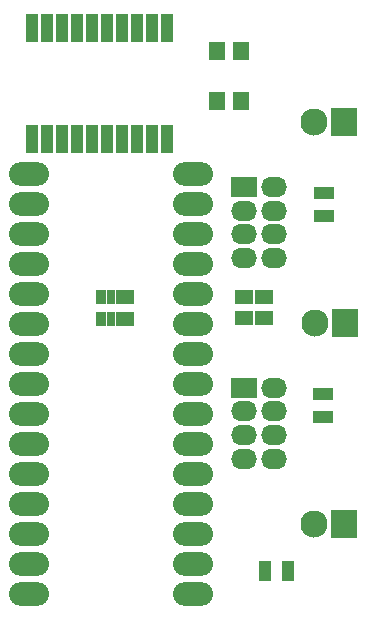
<source format=gbs>
G04 #@! TF.FileFunction,Soldermask,Bot*
%FSLAX46Y46*%
G04 Gerber Fmt 4.6, Leading zero omitted, Abs format (unit mm)*
G04 Created by KiCad (PCBNEW (2016-01-25 BZR 6514, Git a23e712)-product) date Tue 24 May 2016 06:15:30 PM CST*
%MOMM*%
G01*
G04 APERTURE LIST*
%ADD10C,0.100000*%
%ADD11O,3.400000X2.000000*%
%ADD12R,0.900000X1.200000*%
%ADD13R,0.800000X1.200000*%
%ADD14R,2.300000X2.400000*%
%ADD15C,2.300000*%
%ADD16R,1.000000X2.350000*%
%ADD17R,2.200000X1.700000*%
%ADD18O,2.200000X1.700000*%
%ADD19R,1.400000X1.650000*%
%ADD20R,1.700000X1.100000*%
%ADD21R,1.100000X1.700000*%
G04 APERTURE END LIST*
D10*
D11*
X7780000Y42810000D03*
X7780000Y40270000D03*
X7780000Y37730000D03*
X7780000Y35190000D03*
X7780000Y32650000D03*
X7780000Y30110000D03*
X7780000Y27570000D03*
X7780000Y25030000D03*
X7780000Y22490000D03*
X7780000Y19950000D03*
X7780000Y17410000D03*
X7780000Y14870000D03*
X7780000Y12330000D03*
X7780000Y9790000D03*
X7780000Y7250000D03*
X21720000Y7250000D03*
X21720000Y9790000D03*
X21720000Y12330000D03*
X21720000Y14870000D03*
X21720000Y17410000D03*
X21720000Y19950000D03*
X21720000Y22490000D03*
X21720000Y25030000D03*
X21720000Y27570000D03*
X21720000Y30110000D03*
X21720000Y32650000D03*
X21720000Y35190000D03*
X21720000Y37730000D03*
X21720000Y40270000D03*
X21720000Y42810000D03*
D12*
X25650000Y32450000D03*
D13*
X27250000Y32450000D03*
X26450000Y32450000D03*
D12*
X28050000Y32450000D03*
D13*
X26450000Y30650000D03*
D12*
X25650000Y30650000D03*
D13*
X27250000Y30650000D03*
D12*
X28050000Y30650000D03*
D14*
X34500000Y47250000D03*
D15*
X31960000Y47250000D03*
D14*
X34540000Y30250000D03*
D15*
X32000000Y30250000D03*
D14*
X34500000Y13250000D03*
D15*
X31960000Y13250000D03*
D16*
X8035000Y55200000D03*
X9305000Y55200000D03*
X10575000Y55200000D03*
X11845000Y55200000D03*
X13115000Y55200000D03*
X14385000Y55200000D03*
X15655000Y55200000D03*
X16925000Y55200000D03*
X18195000Y55200000D03*
X19465000Y55200000D03*
X19465000Y45800000D03*
X18195000Y45800000D03*
X16925000Y45800000D03*
X15655000Y45800000D03*
X14385000Y45800000D03*
X13115000Y45800000D03*
X11845000Y45800000D03*
X10575000Y45800000D03*
X9305000Y45800000D03*
X8035000Y45800000D03*
D17*
X26000000Y41750000D03*
D18*
X28500000Y41750000D03*
X26000000Y39750000D03*
X28500000Y39750000D03*
X26000000Y37750000D03*
X28500000Y37750000D03*
X26000000Y35750000D03*
X28500000Y35750000D03*
D17*
X26000000Y24750000D03*
D18*
X28500000Y24750000D03*
X26000000Y22750000D03*
X28500000Y22750000D03*
X26000000Y20750000D03*
X28500000Y20750000D03*
X26000000Y18750000D03*
X28500000Y18750000D03*
D19*
X23750000Y49000000D03*
X25750000Y49000000D03*
X23750000Y53250000D03*
X25750000Y53250000D03*
D20*
X32750000Y41200000D03*
X32750000Y39300000D03*
X32700000Y24200000D03*
X32700000Y22300000D03*
D21*
X29700000Y9250000D03*
X27800000Y9250000D03*
D12*
X13900000Y32400000D03*
D13*
X15500000Y32400000D03*
X14700000Y32400000D03*
D12*
X16300000Y32400000D03*
D13*
X14700000Y30600000D03*
D12*
X13900000Y30600000D03*
D13*
X15500000Y30600000D03*
D12*
X16300000Y30600000D03*
M02*

</source>
